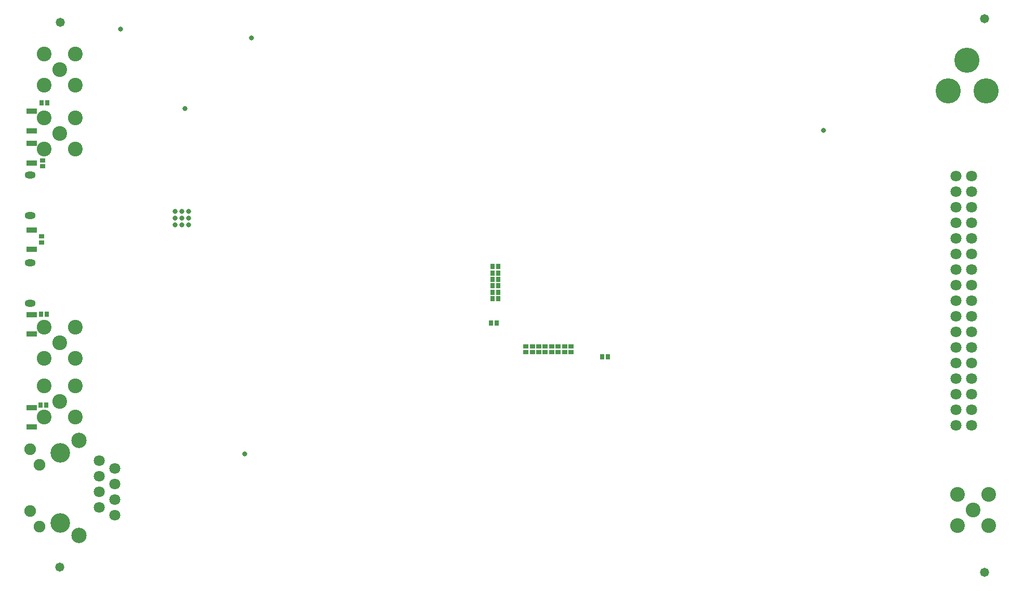
<source format=gbs>
G04 Layer_Color=16711935*
%FSLAX25Y25*%
%MOIN*%
G70*
G01*
G75*
%ADD109R,0.03084X0.03241*%
%ADD132R,0.03241X0.03084*%
%ADD169C,0.09461*%
%ADD170C,0.05800*%
%ADD171O,0.07099X0.04343*%
%ADD172C,0.12598*%
%ADD173C,0.09855*%
%ADD174C,0.07493*%
%ADD175C,0.07099*%
%ADD176C,0.16154*%
%ADD177C,0.03162*%
%ADD178R,0.06706X0.03556*%
D109*
X812050Y230900D02*
D03*
X808350D02*
D03*
X812650Y425000D02*
D03*
X808950D02*
D03*
X812250Y289100D02*
D03*
X808550D02*
D03*
X1098350Y319700D02*
D03*
X1102050D02*
D03*
X1098350Y315600D02*
D03*
X1102050D02*
D03*
X1098350Y311500D02*
D03*
X1102050D02*
D03*
X1098350Y307400D02*
D03*
X1102050D02*
D03*
X1098350Y303300D02*
D03*
X1102050D02*
D03*
X1098350Y299200D02*
D03*
X1102050D02*
D03*
X1097350Y283400D02*
D03*
X1101050D02*
D03*
X1172450Y261700D02*
D03*
X1168750D02*
D03*
D132*
X809800Y384050D02*
D03*
Y387750D02*
D03*
X809000Y335350D02*
D03*
Y339050D02*
D03*
X1123900Y264950D02*
D03*
Y268650D02*
D03*
X1148600Y264950D02*
D03*
Y268650D02*
D03*
X1128000Y264950D02*
D03*
Y268650D02*
D03*
X1132100Y264950D02*
D03*
Y268650D02*
D03*
X1136200Y264950D02*
D03*
Y268650D02*
D03*
X1140300Y264950D02*
D03*
Y268650D02*
D03*
X1119800Y264950D02*
D03*
Y268650D02*
D03*
X1144500Y264950D02*
D03*
Y268650D02*
D03*
D169*
X810600Y260800D02*
D03*
Y280800D02*
D03*
X830600D02*
D03*
Y260800D02*
D03*
X820600Y270800D02*
D03*
X810600Y223100D02*
D03*
Y243100D02*
D03*
X830600D02*
D03*
Y223100D02*
D03*
X820600Y233100D02*
D03*
X810600Y395100D02*
D03*
Y415100D02*
D03*
X830600D02*
D03*
Y395100D02*
D03*
X820600Y405100D02*
D03*
X810600Y436100D02*
D03*
Y456100D02*
D03*
X830600D02*
D03*
Y436100D02*
D03*
X820600Y446100D02*
D03*
X1406700Y163600D02*
D03*
X1396700Y173600D02*
D03*
Y153600D02*
D03*
X1416700D02*
D03*
Y173600D02*
D03*
D170*
X820900Y476600D02*
D03*
X1414046Y478966D02*
D03*
X1413947Y123466D02*
D03*
X820700Y126800D02*
D03*
D171*
X801500Y352384D02*
D03*
Y378368D02*
D03*
Y296100D02*
D03*
Y322084D02*
D03*
D172*
X821100Y155200D02*
D03*
Y200200D02*
D03*
D173*
X833100Y147200D02*
D03*
Y208200D02*
D03*
D174*
X801800Y162800D02*
D03*
X807800Y152800D02*
D03*
Y192600D02*
D03*
X801800Y202600D02*
D03*
D175*
X856100Y160200D02*
D03*
X846100Y165200D02*
D03*
X856100Y170200D02*
D03*
X846100Y175200D02*
D03*
X856100Y180200D02*
D03*
Y190200D02*
D03*
X846100Y195200D02*
D03*
Y185200D02*
D03*
X1405600Y367700D02*
D03*
X1395600D02*
D03*
X1405600Y377700D02*
D03*
X1395600D02*
D03*
X1405600Y317700D02*
D03*
X1395600D02*
D03*
X1405600Y327700D02*
D03*
X1395600D02*
D03*
Y337700D02*
D03*
X1405600D02*
D03*
X1395600Y347700D02*
D03*
X1405600D02*
D03*
X1395600Y357700D02*
D03*
X1405600D02*
D03*
Y267700D02*
D03*
X1395600D02*
D03*
X1405600Y277700D02*
D03*
X1395600D02*
D03*
Y287700D02*
D03*
X1405600D02*
D03*
X1395600Y297700D02*
D03*
X1405600D02*
D03*
X1395600Y307700D02*
D03*
X1405600D02*
D03*
Y217700D02*
D03*
X1395600D02*
D03*
X1405600Y227700D02*
D03*
X1395600D02*
D03*
Y237700D02*
D03*
X1405600D02*
D03*
X1395600Y247700D02*
D03*
X1405600D02*
D03*
X1395600Y257700D02*
D03*
X1405600D02*
D03*
D176*
X1390500Y432600D02*
D03*
X1402705Y452285D02*
D03*
X1414909Y432600D02*
D03*
D177*
X859600Y472100D02*
D03*
X939400Y199400D02*
D03*
X894669Y355031D02*
D03*
X899000D02*
D03*
X903331D02*
D03*
X894669Y350700D02*
D03*
X899000D02*
D03*
X903331D02*
D03*
X894669Y346369D02*
D03*
X899000D02*
D03*
X903331D02*
D03*
X900900Y421200D02*
D03*
X943500Y466600D02*
D03*
X1310500Y407300D02*
D03*
D178*
X802584Y229301D02*
D03*
Y216899D02*
D03*
X802784Y289001D02*
D03*
Y276599D02*
D03*
X802584Y343301D02*
D03*
Y330899D02*
D03*
X802684Y398701D02*
D03*
Y386299D02*
D03*
Y419401D02*
D03*
Y406999D02*
D03*
M02*

</source>
